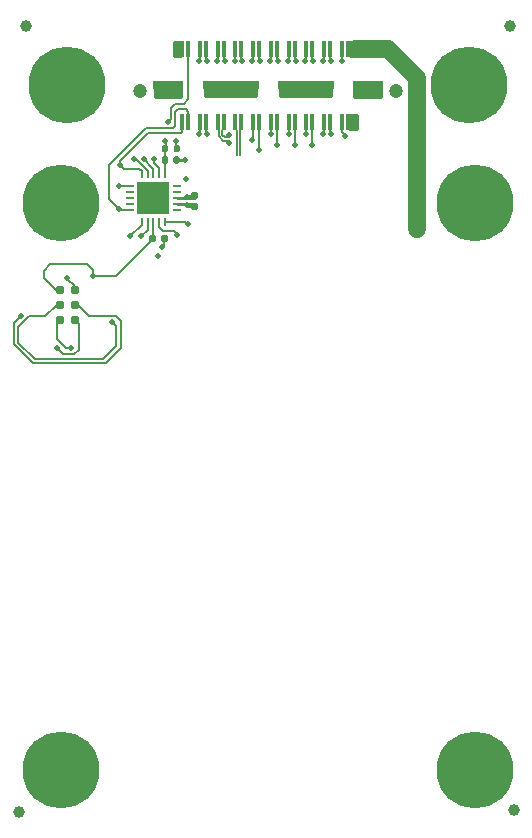
<source format=gbr>
%TF.GenerationSoftware,KiCad,Pcbnew,(5.1.9)-1*%
%TF.CreationDate,2021-04-06T13:05:03-07:00*%
%TF.ProjectId,SZG-TEMPLATE-TXR,535a472d-5445-44d5-904c-4154452d5458,A*%
%TF.SameCoordinates,Original*%
%TF.FileFunction,Copper,L4,Bot*%
%TF.FilePolarity,Positive*%
%FSLAX46Y46*%
G04 Gerber Fmt 4.6, Leading zero omitted, Abs format (unit mm)*
G04 Created by KiCad (PCBNEW (5.1.9)-1) date 2021-04-06 13:05:03*
%MOMM*%
%LPD*%
G01*
G04 APERTURE LIST*
%TA.AperFunction,ConnectorPad*%
%ADD10C,0.787400*%
%TD*%
%TA.AperFunction,ComponentPad*%
%ADD11C,1.200000*%
%TD*%
%TA.AperFunction,SMDPad,CuDef*%
%ADD12R,0.300000X1.450000*%
%TD*%
%TA.AperFunction,SMDPad,CuDef*%
%ADD13R,2.540000X0.640000*%
%TD*%
%TA.AperFunction,SMDPad,CuDef*%
%ADD14R,4.700000X0.640000*%
%TD*%
%TA.AperFunction,ComponentPad*%
%ADD15C,3.600000*%
%TD*%
%TA.AperFunction,ConnectorPad*%
%ADD16C,6.500000*%
%TD*%
%TA.AperFunction,SMDPad,CuDef*%
%ADD17R,2.700000X2.700000*%
%TD*%
%TA.AperFunction,SMDPad,CuDef*%
%ADD18O,0.800000X0.250000*%
%TD*%
%TA.AperFunction,SMDPad,CuDef*%
%ADD19O,0.250000X0.800000*%
%TD*%
%TA.AperFunction,SMDPad,CuDef*%
%ADD20C,0.508000*%
%TD*%
%TA.AperFunction,SMDPad,CuDef*%
%ADD21C,1.000000*%
%TD*%
%TA.AperFunction,ViaPad*%
%ADD22C,0.508000*%
%TD*%
%TA.AperFunction,Conductor*%
%ADD23C,0.254000*%
%TD*%
%TA.AperFunction,Conductor*%
%ADD24C,0.228600*%
%TD*%
%TA.AperFunction,Conductor*%
%ADD25C,0.406400*%
%TD*%
%TA.AperFunction,Conductor*%
%ADD26C,0.177800*%
%TD*%
%TA.AperFunction,Conductor*%
%ADD27C,1.524000*%
%TD*%
%TA.AperFunction,Conductor*%
%ADD28C,0.127000*%
%TD*%
%TA.AperFunction,Conductor*%
%ADD29C,0.133350*%
%TD*%
%TA.AperFunction,Conductor*%
%ADD30C,0.100000*%
%TD*%
G04 APERTURE END LIST*
D10*
%TO.P,J2,6*%
%TO.N,GND*%
X126035000Y-83130000D03*
%TO.P,J2,2*%
%TO.N,/MCU_SCL_USCK*%
X126035000Y-85670000D03*
%TO.P,J2,5*%
%TO.N,/MCU_RESET_B*%
X124765000Y-83130000D03*
%TO.P,J2,4*%
%TO.N,/MCU_MISO*%
X126035000Y-84400000D03*
%TO.P,J2,3*%
%TO.N,/MCU_SDA_MOSI*%
X124765000Y-84400000D03*
%TO.P,J2,1*%
%TO.N,+3V3*%
X124765000Y-85670000D03*
%TD*%
D11*
%TO.P,J1,MH*%
%TO.N,N/C*%
X131555320Y-66310000D03*
D12*
%TO.P,J1,5*%
%TO.N,/RX0P*%
X136650330Y-68900000D03*
D11*
%TO.P,J1,MH*%
%TO.N,N/C*%
X153245320Y-66310000D03*
D12*
%TO.P,J1,7*%
%TO.N,/RX0N*%
X137150320Y-68900000D03*
%TO.P,J1,3*%
%TO.N,/MCU_SDA_MOSI*%
X135650320Y-68900000D03*
%TO.P,J1,1*%
%TO.N,/MCU_SCL_USCK*%
X135150320Y-68900000D03*
%TO.P,J1,15*%
%TO.N,/REFCLKN*%
X140150320Y-68900000D03*
%TO.P,J1,30*%
%TO.N,/TX2P*%
X145650330Y-62720000D03*
%TO.P,J1,33*%
%TO.N,/P2C_CLKP*%
X147150320Y-68900000D03*
%TO.P,J1,8*%
%TO.N,/TX0N*%
X137150320Y-62720000D03*
%TO.P,J1,21*%
%TO.N,/S6*%
X142650320Y-68900000D03*
%TO.P,J1,10*%
%TO.N,/TX1P*%
X138150320Y-62720000D03*
D13*
%TO.P,J1,0*%
%TO.N,GND*%
X133960320Y-65810000D03*
D14*
X145580320Y-65810000D03*
D12*
%TO.P,J1,25*%
%TO.N,/RS3P*%
X144150320Y-68900000D03*
%TO.P,J1,26*%
%TO.N,/TX3P*%
X144150320Y-62720000D03*
%TO.P,J1,13*%
%TO.N,/REFCLKP*%
X139650320Y-68900000D03*
%TO.P,J1,18*%
%TO.N,/S3*%
X141150320Y-62720000D03*
%TO.P,J1,6*%
%TO.N,/TX0P*%
X136650330Y-62720000D03*
%TO.P,J1,23*%
%TO.N,/S8*%
X143150320Y-68900000D03*
%TO.P,J1,24*%
%TO.N,/S9*%
X143150320Y-62720000D03*
%TO.P,J1,40*%
%TO.N,+3V3*%
X149150320Y-62720000D03*
%TO.P,J1,39*%
%TO.N,/VIO*%
X149150320Y-68900000D03*
%TO.P,J1,9*%
%TO.N,/RX1P*%
X138150320Y-68900000D03*
%TO.P,J1,11*%
%TO.N,/RX1N*%
X138650320Y-68900000D03*
%TO.P,J1,32*%
%TO.N,/TX2N*%
X146150320Y-62720000D03*
%TO.P,J1,29*%
%TO.N,/RX2P*%
X145650330Y-68900000D03*
%TO.P,J1,37*%
%TO.N,/RSVD_37*%
X148650320Y-68900000D03*
%TO.P,J1,20*%
%TO.N,/S5*%
X141650320Y-62720000D03*
%TO.P,J1,31*%
%TO.N,/RX2N*%
X146150320Y-68900000D03*
%TO.P,J1,28*%
%TO.N,/TX3N*%
X144650320Y-62720000D03*
%TO.P,J1,22*%
%TO.N,/S7*%
X142650320Y-62720000D03*
%TO.P,J1,16*%
%TO.N,/S1*%
X140150320Y-62720000D03*
%TO.P,J1,17*%
%TO.N,/S2*%
X141150320Y-68900000D03*
%TO.P,J1,14*%
%TO.N,/S0*%
X139650320Y-62720000D03*
%TO.P,J1,19*%
%TO.N,/S4*%
X141650320Y-68900000D03*
%TO.P,J1,12*%
%TO.N,/TX1N*%
X138650320Y-62720000D03*
%TO.P,J1,2*%
%TO.N,+5V*%
X135150320Y-62720000D03*
%TO.P,J1,27*%
%TO.N,/RX3N*%
X144650320Y-68900000D03*
%TO.P,J1,34*%
%TO.N,/C2P_CLKP*%
X147150320Y-62720000D03*
%TO.P,J1,4*%
%TO.N,/R_GA*%
X135650320Y-62720000D03*
%TO.P,J1,35*%
%TO.N,/P2C_CLKN*%
X147650320Y-68900000D03*
%TO.P,J1,38*%
%TO.N,/RSVD_38*%
X148650320Y-62720000D03*
%TO.P,J1,36*%
%TO.N,/C2P_CLKN*%
X147650320Y-62720000D03*
D13*
%TO.P,J1,0*%
%TO.N,GND*%
X150840320Y-65810000D03*
D14*
X139230320Y-65810000D03*
%TD*%
D15*
%TO.P,H6,1*%
%TO.N,Net-(H6-Pad1)*%
X159900000Y-123800000D03*
D16*
X159900000Y-123800000D03*
%TD*%
D15*
%TO.P,H5,1*%
%TO.N,Net-(H5-Pad1)*%
X124900000Y-123800000D03*
D16*
X124900000Y-123800000D03*
%TD*%
D15*
%TO.P,H4,1*%
%TO.N,Net-(H4-Pad1)*%
X159900000Y-75800000D03*
D16*
X159900000Y-75800000D03*
%TD*%
D15*
%TO.P,H3,1*%
%TO.N,Net-(H3-Pad1)*%
X124900000Y-75800000D03*
D16*
X124900000Y-75800000D03*
%TD*%
D15*
%TO.P,H2,1*%
%TO.N,Net-(H2-Pad1)*%
X159400000Y-65800000D03*
D16*
X159400000Y-65800000D03*
%TD*%
D15*
%TO.P,H1,1*%
%TO.N,Net-(H1-Pad1)*%
X125400000Y-65800000D03*
D16*
X125400000Y-65800000D03*
%TD*%
D17*
%TO.P,U1,21*%
%TO.N,GND*%
X132701600Y-75360800D03*
D18*
%TO.P,U1,18*%
%TO.N,Net-(U1-Pad18)*%
X130701600Y-75360800D03*
%TO.P,U1,19*%
%TO.N,Net-(U1-Pad19)*%
X130701600Y-74860800D03*
D19*
%TO.P,U1,15*%
%TO.N,Net-(TP11-Pad1)*%
X131701600Y-77360800D03*
D18*
%TO.P,U1,20*%
%TO.N,/MCU_MISO*%
X130701600Y-74360800D03*
%TO.P,U1,16*%
%TO.N,/MCU_SDA_MOSI*%
X130701600Y-76360800D03*
D19*
%TO.P,U1,12*%
%TO.N,Net-(TP7-Pad1)*%
X133201600Y-77360800D03*
D18*
%TO.P,U1,8*%
%TO.N,GND*%
X134701600Y-75360800D03*
%TO.P,U1,6*%
%TO.N,Net-(U1-Pad6)*%
X134701600Y-74360800D03*
D19*
%TO.P,U1,1*%
%TO.N,/MCU_SCL_USCK*%
X131701600Y-73360800D03*
D18*
%TO.P,U1,17*%
%TO.N,Net-(U1-Pad17)*%
X130701600Y-75860800D03*
D19*
%TO.P,U1,14*%
%TO.N,Net-(TP9-Pad1)*%
X132201600Y-77360800D03*
%TO.P,U1,13*%
%TO.N,/MCU_RESET_B*%
X132701600Y-77360800D03*
D18*
%TO.P,U1,7*%
%TO.N,Net-(U1-Pad7)*%
X134701600Y-74860800D03*
%TO.P,U1,9*%
%TO.N,+3V3*%
X134701600Y-75860800D03*
D19*
%TO.P,U1,3*%
%TO.N,Net-(TP8-Pad1)*%
X132701600Y-73360800D03*
D18*
%TO.P,U1,10*%
%TO.N,Net-(U1-Pad10)*%
X134701600Y-76360800D03*
D19*
%TO.P,U1,11*%
%TO.N,Net-(TP5-Pad1)*%
X133701600Y-77360800D03*
%TO.P,U1,5*%
%TO.N,/R_GA*%
X133701600Y-73360800D03*
%TO.P,U1,4*%
%TO.N,Net-(TP6-Pad1)*%
X133201600Y-73360800D03*
%TO.P,U1,2*%
%TO.N,Net-(TP10-Pad1)*%
X132201600Y-73360800D03*
%TD*%
D20*
%TO.P,TP11,1*%
%TO.N,Net-(TP11-Pad1)*%
X130745800Y-78612000D03*
%TD*%
%TO.P,TP10,1*%
%TO.N,Net-(TP10-Pad1)*%
X131050600Y-72033400D03*
%TD*%
%TO.P,TP9,1*%
%TO.N,Net-(TP9-Pad1)*%
X131660200Y-78612000D03*
%TD*%
%TO.P,TP8,1*%
%TO.N,Net-(TP8-Pad1)*%
X131914200Y-72033400D03*
%TD*%
%TO.P,TP7,1*%
%TO.N,Net-(TP7-Pad1)*%
X134733600Y-78459600D03*
%TD*%
%TO.P,TP6,1*%
%TO.N,Net-(TP6-Pad1)*%
X132777800Y-72033400D03*
%TD*%
%TO.P,TP5,1*%
%TO.N,Net-(TP5-Pad1)*%
X135622600Y-77596000D03*
%TD*%
%TO.P,R1,2*%
%TO.N,/R_GA*%
%TA.AperFunction,SMDPad,CuDef*%
G36*
G01*
X133934800Y-70984800D02*
X133934800Y-71354800D01*
G75*
G02*
X133799800Y-71489800I-135000J0D01*
G01*
X133529800Y-71489800D01*
G75*
G02*
X133394800Y-71354800I0J135000D01*
G01*
X133394800Y-70984800D01*
G75*
G02*
X133529800Y-70849800I135000J0D01*
G01*
X133799800Y-70849800D01*
G75*
G02*
X133934800Y-70984800I0J-135000D01*
G01*
G37*
%TD.AperFunction*%
%TO.P,R1,1*%
%TO.N,+3V3*%
%TA.AperFunction,SMDPad,CuDef*%
G36*
G01*
X134954800Y-70984800D02*
X134954800Y-71354800D01*
G75*
G02*
X134819800Y-71489800I-135000J0D01*
G01*
X134549800Y-71489800D01*
G75*
G02*
X134414800Y-71354800I0J135000D01*
G01*
X134414800Y-70984800D01*
G75*
G02*
X134549800Y-70849800I135000J0D01*
G01*
X134819800Y-70849800D01*
G75*
G02*
X134954800Y-70984800I0J-135000D01*
G01*
G37*
%TD.AperFunction*%
%TD*%
%TO.P,R2,2*%
%TO.N,/MCU_RESET_B*%
%TA.AperFunction,SMDPad,CuDef*%
G36*
G01*
X132893400Y-78604800D02*
X132893400Y-78974800D01*
G75*
G02*
X132758400Y-79109800I-135000J0D01*
G01*
X132488400Y-79109800D01*
G75*
G02*
X132353400Y-78974800I0J135000D01*
G01*
X132353400Y-78604800D01*
G75*
G02*
X132488400Y-78469800I135000J0D01*
G01*
X132758400Y-78469800D01*
G75*
G02*
X132893400Y-78604800I0J-135000D01*
G01*
G37*
%TD.AperFunction*%
%TO.P,R2,1*%
%TO.N,+3V3*%
%TA.AperFunction,SMDPad,CuDef*%
G36*
G01*
X133913400Y-78604800D02*
X133913400Y-78974800D01*
G75*
G02*
X133778400Y-79109800I-135000J0D01*
G01*
X133508400Y-79109800D01*
G75*
G02*
X133373400Y-78974800I0J135000D01*
G01*
X133373400Y-78604800D01*
G75*
G02*
X133508400Y-78469800I135000J0D01*
G01*
X133778400Y-78469800D01*
G75*
G02*
X133913400Y-78604800I0J-135000D01*
G01*
G37*
%TD.AperFunction*%
%TD*%
%TO.P,C2,2*%
%TO.N,GND*%
%TA.AperFunction,SMDPad,CuDef*%
G36*
G01*
X134374800Y-72305000D02*
X134374800Y-71965000D01*
G75*
G02*
X134514800Y-71825000I140000J0D01*
G01*
X134794800Y-71825000D01*
G75*
G02*
X134934800Y-71965000I0J-140000D01*
G01*
X134934800Y-72305000D01*
G75*
G02*
X134794800Y-72445000I-140000J0D01*
G01*
X134514800Y-72445000D01*
G75*
G02*
X134374800Y-72305000I0J140000D01*
G01*
G37*
%TD.AperFunction*%
%TO.P,C2,1*%
%TO.N,/R_GA*%
%TA.AperFunction,SMDPad,CuDef*%
G36*
G01*
X133414800Y-72305000D02*
X133414800Y-71965000D01*
G75*
G02*
X133554800Y-71825000I140000J0D01*
G01*
X133834800Y-71825000D01*
G75*
G02*
X133974800Y-71965000I0J-140000D01*
G01*
X133974800Y-72305000D01*
G75*
G02*
X133834800Y-72445000I-140000J0D01*
G01*
X133554800Y-72445000D01*
G75*
G02*
X133414800Y-72305000I0J140000D01*
G01*
G37*
%TD.AperFunction*%
%TD*%
%TO.P,C1,2*%
%TO.N,GND*%
%TA.AperFunction,SMDPad,CuDef*%
G36*
G01*
X136376800Y-75414800D02*
X136036800Y-75414800D01*
G75*
G02*
X135896800Y-75274800I0J140000D01*
G01*
X135896800Y-74994800D01*
G75*
G02*
X136036800Y-74854800I140000J0D01*
G01*
X136376800Y-74854800D01*
G75*
G02*
X136516800Y-74994800I0J-140000D01*
G01*
X136516800Y-75274800D01*
G75*
G02*
X136376800Y-75414800I-140000J0D01*
G01*
G37*
%TD.AperFunction*%
%TO.P,C1,1*%
%TO.N,+3V3*%
%TA.AperFunction,SMDPad,CuDef*%
G36*
G01*
X136376800Y-76374800D02*
X136036800Y-76374800D01*
G75*
G02*
X135896800Y-76234800I0J140000D01*
G01*
X135896800Y-75954800D01*
G75*
G02*
X136036800Y-75814800I140000J0D01*
G01*
X136376800Y-75814800D01*
G75*
G02*
X136516800Y-75954800I0J-140000D01*
G01*
X136516800Y-76234800D01*
G75*
G02*
X136376800Y-76374800I-140000J0D01*
G01*
G37*
%TD.AperFunction*%
%TD*%
D21*
%TO.P,FID1,*%
%TO.N,*%
X163212400Y-127165200D03*
%TD*%
%TO.P,FID2,*%
%TO.N,*%
X121322400Y-127350800D03*
%TD*%
%TO.P,FID3,*%
%TO.N,*%
X162900000Y-60800000D03*
%TD*%
%TO.P,FID4,*%
%TO.N,*%
X121900000Y-60800000D03*
%TD*%
D22*
%TO.N,+5V*%
X134668730Y-63100000D03*
X134668730Y-62308600D03*
%TO.N,GND*%
X141276320Y-66531600D03*
X140438120Y-66531600D03*
X137451400Y-66544600D03*
X139422120Y-66531600D03*
X147499320Y-66550400D03*
X143689320Y-66550400D03*
X146229320Y-66550400D03*
X144959320Y-66550400D03*
X150166320Y-66550400D03*
X151436320Y-66550400D03*
X133057200Y-66544600D03*
X125400000Y-82100000D03*
X132295200Y-75960800D03*
X133301600Y-75960800D03*
X132295200Y-74751200D03*
X133301600Y-74751200D03*
X135521000Y-75259200D03*
X135394000Y-72135000D03*
X135419400Y-73786000D03*
X134022400Y-66544600D03*
%TO.N,+3V3*%
X149735520Y-62374800D03*
X149735520Y-63111400D03*
X125700000Y-88050000D03*
X135521000Y-75945000D03*
X133412800Y-79501000D03*
X134632000Y-70509400D03*
X133100000Y-80300000D03*
%TO.N,/R_GA*%
X133717600Y-70509400D03*
X133920800Y-68932200D03*
%TO.N,/RSVD_38*%
X148650320Y-63788400D03*
%TO.N,/RSVD_37*%
X148947120Y-70087600D03*
%TO.N,/C2P_CLKN*%
X147729720Y-63788400D03*
%TO.N,/P2C_CLKN*%
X147727920Y-69960600D03*
%TO.N,/C2P_CLKP*%
X147069320Y-63788400D03*
%TO.N,/P2C_CLKP*%
X147067520Y-69960600D03*
%TO.N,/MCU_SDA_MOSI*%
X129806000Y-76326000D03*
X129199996Y-85819910D03*
%TO.N,/MCU_SCL_USCK*%
X124500000Y-88050000D03*
X129907600Y-72566800D03*
%TO.N,/MCU_MISO*%
X121450002Y-85350000D03*
X129806000Y-74370200D03*
%TO.N,/MCU_RESET_B*%
X127550000Y-81950000D03*
%TO.N,/VIO*%
X149735520Y-69258200D03*
X149735520Y-68547000D03*
%TO.N,/RX0P*%
X136572130Y-69968400D03*
%TO.N,/RX0N*%
X137232530Y-69968400D03*
%TO.N,/TX2P*%
X145570720Y-63788400D03*
%TO.N,/S6*%
X142650320Y-69960600D03*
%TO.N,/TX1P*%
X138072120Y-63788400D03*
%TO.N,/RS3P*%
X144150320Y-69960600D03*
%TO.N,/TX3P*%
X144072120Y-63788400D03*
%TO.N,/S3*%
X141074920Y-63788400D03*
%TO.N,/TX0P*%
X136572130Y-63788400D03*
%TO.N,/S8*%
X143150320Y-70849600D03*
%TO.N,/S9*%
X143233920Y-63788400D03*
%TO.N,/RX1P*%
X139117320Y-70697200D03*
%TO.N,/RX1N*%
X139117320Y-70036800D03*
%TO.N,/TX2N*%
X146231120Y-63788400D03*
%TO.N,/RX2P*%
X145650330Y-69960600D03*
%TO.N,/S5*%
X141735320Y-63788400D03*
%TO.N,/RX2N*%
X146150320Y-70849600D03*
%TO.N,/TX3N*%
X144732520Y-63788400D03*
%TO.N,/S7*%
X142573520Y-63788400D03*
%TO.N,/S1*%
X140236720Y-63788400D03*
%TO.N,/S2*%
X141047720Y-70468600D03*
%TO.N,/S0*%
X139576320Y-63788400D03*
%TO.N,/S4*%
X141657320Y-71256000D03*
%TO.N,/TX1N*%
X138732520Y-63788400D03*
%TO.N,/RX3N*%
X144650320Y-70849600D03*
%TO.N,/TX0N*%
X137232530Y-63788400D03*
%TD*%
D23*
%TO.N,GND*%
X134634800Y-72135000D02*
X135394000Y-72135000D01*
D24*
X134701600Y-75360800D02*
X135419400Y-75360800D01*
X135419400Y-75360800D02*
X135521000Y-75259200D01*
D25*
X136102400Y-75259200D02*
X136206800Y-75154800D01*
X135521000Y-75259200D02*
X136102400Y-75259200D01*
D26*
X125400000Y-82200000D02*
X125400000Y-82100000D01*
X126035000Y-82835000D02*
X125400000Y-82200000D01*
X126035000Y-83130000D02*
X126035000Y-82835000D01*
%TO.N,+3V3*%
X124500000Y-87259210D02*
X125290790Y-88050000D01*
X124500000Y-85935000D02*
X124500000Y-87259210D01*
X124765000Y-85670000D02*
X124500000Y-85935000D01*
X125290790Y-88050000D02*
X125700000Y-88050000D01*
X133583400Y-79330400D02*
X133583400Y-78789800D01*
X133412800Y-79501000D02*
X133583400Y-79330400D01*
D24*
X134701600Y-75860800D02*
X135436800Y-75860800D01*
X135436800Y-75860800D02*
X135521000Y-75945000D01*
D25*
X136077000Y-75945000D02*
X136206800Y-76074800D01*
X135521000Y-75945000D02*
X136077000Y-75945000D01*
D26*
X134624800Y-71169800D02*
X134624800Y-70516600D01*
X134624800Y-70516600D02*
X134632000Y-70509400D01*
D27*
X155028200Y-65198400D02*
X155028200Y-78000000D01*
X152541400Y-62711600D02*
X155028200Y-65198400D01*
X149811720Y-62711600D02*
X152541400Y-62711600D01*
D26*
%TO.N,/R_GA*%
X133701600Y-71193000D02*
X133724800Y-71169800D01*
X133724800Y-71169800D02*
X133724800Y-70465800D01*
X133717600Y-70458600D02*
X133724800Y-70465800D01*
X133701600Y-73360800D02*
X133701600Y-71193000D01*
X135650320Y-62720000D02*
X135650320Y-66999480D01*
X135650320Y-66999480D02*
X135267000Y-67382800D01*
X135267000Y-67382800D02*
X134530400Y-67382800D01*
X134530400Y-67382800D02*
X134149400Y-67763800D01*
X134149400Y-67763800D02*
X134149400Y-68703600D01*
X134149400Y-68703600D02*
X133920800Y-68932200D01*
D28*
%TO.N,/RSVD_38*%
X148650320Y-63788400D02*
X148650320Y-62720000D01*
%TO.N,/RSVD_37*%
X148650320Y-69790800D02*
X148947120Y-70087600D01*
X148650320Y-69790800D02*
X148650320Y-68900000D01*
D29*
%TO.N,/C2P_CLKN*%
X147650320Y-63709000D02*
X147729720Y-63788400D01*
X147650320Y-63709000D02*
X147650320Y-62720000D01*
%TO.N,/P2C_CLKN*%
X147650320Y-69883000D02*
X147650320Y-68900000D01*
X147650320Y-69883000D02*
X147727920Y-69960600D01*
%TO.N,/C2P_CLKP*%
X147069320Y-63788400D02*
X147150320Y-63707400D01*
X147150320Y-63707400D02*
X147150320Y-62720000D01*
%TO.N,/P2C_CLKP*%
X147150320Y-69877800D02*
X147150320Y-68900000D01*
X147067520Y-69960600D02*
X147150320Y-69877800D01*
D26*
%TO.N,/MCU_SDA_MOSI*%
X130692200Y-76351400D02*
X130701600Y-76360800D01*
X129780600Y-76351400D02*
X130692200Y-76351400D01*
X135650320Y-68050320D02*
X135650320Y-68900000D01*
X134750000Y-67850000D02*
X135450000Y-67850000D01*
X134555800Y-68044200D02*
X134750000Y-67850000D01*
X134555800Y-69262400D02*
X134555800Y-68044200D01*
X135450000Y-67850000D02*
X135650320Y-68050320D01*
X134368200Y-69450000D02*
X134555800Y-69262400D01*
X132050000Y-69450000D02*
X134368200Y-69450000D01*
X128917000Y-72583000D02*
X132050000Y-69450000D01*
X128917000Y-75437000D02*
X128917000Y-72583000D01*
X129806000Y-76326000D02*
X128917000Y-75437000D01*
X129550000Y-86169914D02*
X129199996Y-85819910D01*
X122650000Y-89000000D02*
X128425000Y-89000000D01*
X129550000Y-87875000D02*
X129550000Y-86169914D01*
X121275000Y-87625000D02*
X122650000Y-89000000D01*
X121275000Y-86275000D02*
X121275000Y-87625000D01*
X122200000Y-85350000D02*
X121275000Y-86275000D01*
X128425000Y-89000000D02*
X129550000Y-87875000D01*
X123550000Y-85350000D02*
X122200000Y-85350000D01*
X124500000Y-84400000D02*
X123550000Y-85350000D01*
X124765000Y-84400000D02*
X124500000Y-84400000D01*
%TO.N,/MCU_SCL_USCK*%
X126400000Y-86035000D02*
X126035000Y-85670000D01*
X126000000Y-88600000D02*
X126400000Y-88200000D01*
X126400000Y-88200000D02*
X126400000Y-86035000D01*
X125050000Y-88600000D02*
X126000000Y-88600000D01*
X124500000Y-88050000D02*
X125050000Y-88600000D01*
X131507800Y-72871600D02*
X131701600Y-73065400D01*
X131701600Y-73360800D02*
X131701600Y-73065400D01*
X129907600Y-72566800D02*
X130212400Y-72871600D01*
X130212400Y-72871600D02*
X131507800Y-72871600D01*
X135150320Y-69749680D02*
X135150320Y-68900000D01*
X135025600Y-69874400D02*
X135150320Y-69749680D01*
X132219000Y-69874400D02*
X135025600Y-69874400D01*
X129907600Y-72185800D02*
X132219000Y-69874400D01*
X129907600Y-72566800D02*
X129907600Y-72185800D01*
%TO.N,/MCU_MISO*%
X129806000Y-74370200D02*
X130692200Y-74370200D01*
X130692200Y-74370200D02*
X130701600Y-74360800D01*
X129495450Y-85350000D02*
X127267500Y-85350000D01*
X126317500Y-84400000D02*
X126035000Y-84400000D01*
X129925000Y-85779550D02*
X129495450Y-85350000D01*
X129925000Y-88075000D02*
X129925000Y-85779550D01*
X128650000Y-89350000D02*
X129925000Y-88075000D01*
X122500000Y-89350000D02*
X128650000Y-89350000D01*
X120875000Y-87725000D02*
X122500000Y-89350000D01*
X127267500Y-85350000D02*
X126317500Y-84400000D01*
X120875000Y-85925002D02*
X120875000Y-87725000D01*
X121450002Y-85350000D02*
X120875000Y-85925002D01*
%TO.N,/MCU_RESET_B*%
X127550000Y-81450000D02*
X127050000Y-80950000D01*
X123950000Y-80950000D02*
X123400000Y-81500000D01*
X127550000Y-81950000D02*
X127550000Y-81450000D01*
X124430000Y-83130000D02*
X124765000Y-83130000D01*
X123400000Y-82100000D02*
X124430000Y-83130000D01*
X127050000Y-80950000D02*
X123950000Y-80950000D01*
X123400000Y-81500000D02*
X123400000Y-82100000D01*
X132701600Y-78771600D02*
X132701600Y-77360800D01*
X129523200Y-81950000D02*
X127550000Y-81950000D01*
X132683400Y-78789800D02*
X129523200Y-81950000D01*
%TO.N,Net-(TP11-Pad1)*%
X131701600Y-77656200D02*
X131701600Y-77360800D01*
X130745800Y-78612000D02*
X131701600Y-77656200D01*
%TO.N,Net-(TP7-Pad1)*%
X133201600Y-77842000D02*
X133201600Y-77360800D01*
X133201600Y-77842000D02*
X133489000Y-78129400D01*
X133489000Y-78129400D02*
X134403400Y-78129400D01*
X134403400Y-78129400D02*
X134733600Y-78459600D01*
%TO.N,Net-(TP9-Pad1)*%
X132201600Y-78070600D02*
X132201600Y-77360800D01*
X131660200Y-78612000D02*
X132201600Y-78070600D01*
%TO.N,Net-(TP8-Pad1)*%
X132701600Y-73360800D02*
X132701600Y-72871600D01*
X131914200Y-72084200D02*
X132701600Y-72871600D01*
X131914200Y-72084200D02*
X131914200Y-72033400D01*
%TO.N,Net-(TP5-Pad1)*%
X133701600Y-77360800D02*
X135387400Y-77360800D01*
X135387400Y-77360800D02*
X135622600Y-77596000D01*
%TO.N,Net-(TP6-Pad1)*%
X133201600Y-73360800D02*
X133201600Y-72838200D01*
X132777800Y-72414400D02*
X133201600Y-72838200D01*
X132777800Y-72414400D02*
X132777800Y-72033400D01*
%TO.N,Net-(TP10-Pad1)*%
X132201600Y-73360800D02*
X132201600Y-73032000D01*
X131203000Y-72033400D02*
X132201600Y-73032000D01*
X131050600Y-72033400D02*
X131203000Y-72033400D01*
D28*
%TO.N,/RX0P*%
X136572130Y-69968400D02*
X136650330Y-69890200D01*
X136650330Y-69890200D02*
X136650330Y-68900000D01*
%TO.N,/RX0N*%
X137150330Y-69886200D02*
X137150330Y-68900000D01*
X137150330Y-69886200D02*
X137232530Y-69968400D01*
D29*
%TO.N,/REFCLKN*%
X140150320Y-69475000D02*
X140043195Y-69582125D01*
X140150320Y-68900000D02*
X140150320Y-69475000D01*
X140043195Y-69582125D02*
X140043195Y-71753739D01*
%TO.N,/TX2P*%
X145570720Y-63788400D02*
X145650330Y-63708790D01*
X145650330Y-63708790D02*
X145650330Y-62720000D01*
D28*
%TO.N,/S6*%
X142650320Y-69960600D02*
X142650320Y-68900000D01*
%TO.N,/TX1P*%
X138072120Y-63788400D02*
X138150320Y-63710200D01*
X138150320Y-63710200D02*
X138150320Y-62720000D01*
%TO.N,/RS3P*%
X144150320Y-69960600D02*
X144150320Y-68900000D01*
%TO.N,/TX3P*%
X144072120Y-63788400D02*
X144150320Y-63710200D01*
X144150320Y-63710200D02*
X144150320Y-62720000D01*
D29*
%TO.N,/REFCLKP*%
X139757445Y-69582125D02*
X139757445Y-71751600D01*
X139650320Y-69475000D02*
X139757445Y-69582125D01*
X139650320Y-68900000D02*
X139650320Y-69475000D01*
D28*
%TO.N,/S3*%
X141074920Y-63788400D02*
X141150320Y-63713000D01*
X141150320Y-63713000D02*
X141150320Y-62720000D01*
%TO.N,/TX0P*%
X136572130Y-63788400D02*
X136650330Y-63710200D01*
X136650330Y-63710200D02*
X136650330Y-62720000D01*
%TO.N,/S8*%
X143150320Y-70849600D02*
X143150320Y-68900000D01*
%TO.N,/S9*%
X143150320Y-63704800D02*
X143233920Y-63788400D01*
X143150320Y-63704800D02*
X143150320Y-62720000D01*
D29*
%TO.N,/RX1P*%
X138150320Y-69475000D02*
X138257445Y-69582125D01*
X138150320Y-68900000D02*
X138150320Y-69475000D01*
X139117320Y-70697200D02*
X138929995Y-70509875D01*
X138257445Y-69582125D02*
X138257445Y-70138584D01*
X138628736Y-70509875D02*
X138929995Y-70509875D01*
X138257445Y-70138584D02*
X138628736Y-70509875D01*
%TO.N,/RX1N*%
X138650320Y-68900000D02*
X138650320Y-69475000D01*
X138650320Y-69475000D02*
X138543195Y-69582125D01*
X139117320Y-70036800D02*
X138929995Y-70224125D01*
X138543195Y-69582125D02*
X138543195Y-70020222D01*
X138747098Y-70224125D02*
X138929995Y-70224125D01*
X138543195Y-70020222D02*
X138747098Y-70224125D01*
D28*
%TO.N,/TX2N*%
X146150320Y-63707600D02*
X146150320Y-62720000D01*
X146150320Y-63707600D02*
X146231120Y-63788400D01*
D29*
%TO.N,/RX2P*%
X145650330Y-69960600D02*
X145650330Y-68900000D01*
D28*
%TO.N,/S5*%
X141650320Y-63703400D02*
X141650320Y-62720000D01*
X141650320Y-63703400D02*
X141735320Y-63788400D01*
%TO.N,/RX2N*%
X146150320Y-70849600D02*
X146150320Y-68900000D01*
%TO.N,/TX3N*%
X144650320Y-63706200D02*
X144650320Y-62720000D01*
X144650320Y-63706200D02*
X144732520Y-63788400D01*
%TO.N,/S7*%
X142573520Y-63788400D02*
X142650320Y-63711590D01*
X142650320Y-63711590D02*
X142650320Y-62720000D01*
%TO.N,/S1*%
X140150320Y-63702000D02*
X140236720Y-63788400D01*
X140150320Y-63702000D02*
X140150320Y-62720000D01*
%TO.N,/S2*%
X141150320Y-70443200D02*
X141150320Y-68900000D01*
X141047720Y-70468600D02*
X141124920Y-70468600D01*
X141124920Y-70468600D02*
X141150320Y-70443200D01*
%TO.N,/S0*%
X139650320Y-63714390D02*
X139650320Y-62720000D01*
X139576320Y-63788400D02*
X139650320Y-63714390D01*
%TO.N,/S4*%
X141650320Y-71249000D02*
X141657320Y-71256000D01*
X141650320Y-71249000D02*
X141650320Y-68900000D01*
%TO.N,/TX1N*%
X138650320Y-63706200D02*
X138650320Y-62720000D01*
X138650320Y-63706200D02*
X138732520Y-63788400D01*
%TO.N,/RX3N*%
X144650320Y-70849600D02*
X144650320Y-68900000D01*
X144650320Y-70849600D02*
X144650320Y-70849600D01*
%TO.N,/TX0N*%
X137150330Y-63706200D02*
X137150330Y-62720000D01*
X137150330Y-63706200D02*
X137232530Y-63788400D01*
%TD*%
D23*
%TO.N,+3V3*%
X149887920Y-63289200D02*
X149310777Y-63289200D01*
X149310777Y-62120800D01*
X149887920Y-62120800D01*
X149887920Y-63289200D01*
%TA.AperFunction,Conductor*%
D30*
G36*
X149887920Y-63289200D02*
G01*
X149310777Y-63289200D01*
X149310777Y-62120800D01*
X149887920Y-62120800D01*
X149887920Y-63289200D01*
G37*
%TD.AperFunction*%
%TD*%
D23*
%TO.N,GND*%
X135053421Y-66752236D02*
X135032657Y-66773000D01*
X132827000Y-66773000D01*
X132827000Y-65627000D01*
X135053421Y-65627000D01*
X135053421Y-66752236D01*
%TA.AperFunction,Conductor*%
D30*
G36*
X135053421Y-66752236D02*
G01*
X135032657Y-66773000D01*
X132827000Y-66773000D01*
X132827000Y-65627000D01*
X135053421Y-65627000D01*
X135053421Y-66752236D01*
G37*
%TD.AperFunction*%
%TD*%
D23*
%TO.N,GND*%
X151953000Y-66773000D02*
X149707000Y-66773000D01*
X149707000Y-65627000D01*
X151953000Y-65627000D01*
X151953000Y-66773000D01*
%TA.AperFunction,Conductor*%
D30*
G36*
X151953000Y-66773000D02*
G01*
X149707000Y-66773000D01*
X149707000Y-65627000D01*
X151953000Y-65627000D01*
X151953000Y-66773000D01*
G37*
%TD.AperFunction*%
%TD*%
D23*
%TO.N,GND*%
X141423000Y-66723000D02*
X137027000Y-66723000D01*
X137027000Y-65627000D01*
X141423000Y-65627000D01*
X141423000Y-66723000D01*
%TA.AperFunction,Conductor*%
D30*
G36*
X141423000Y-66723000D02*
G01*
X137027000Y-66723000D01*
X137027000Y-65627000D01*
X141423000Y-65627000D01*
X141423000Y-66723000D01*
G37*
%TD.AperFunction*%
%TD*%
D23*
%TO.N,GND*%
X147773000Y-66723000D02*
X143377000Y-66723000D01*
X143377000Y-65627000D01*
X147773000Y-65627000D01*
X147773000Y-66723000D01*
%TA.AperFunction,Conductor*%
D30*
G36*
X147773000Y-66723000D02*
G01*
X143377000Y-66723000D01*
X143377000Y-65627000D01*
X147773000Y-65627000D01*
X147773000Y-66723000D01*
G37*
%TD.AperFunction*%
%TD*%
D23*
%TO.N,/VIO*%
X149922800Y-69491000D02*
X149288652Y-69491000D01*
X149271968Y-69479852D01*
X149234209Y-69464212D01*
X149234209Y-68297200D01*
X149922800Y-68297200D01*
X149922800Y-69491000D01*
%TA.AperFunction,Conductor*%
D30*
G36*
X149922800Y-69491000D02*
G01*
X149288652Y-69491000D01*
X149271968Y-69479852D01*
X149234209Y-69464212D01*
X149234209Y-68297200D01*
X149922800Y-68297200D01*
X149922800Y-69491000D01*
G37*
%TD.AperFunction*%
%TD*%
D23*
%TO.N,+5V*%
X135066431Y-63318800D02*
X134479600Y-63318800D01*
X134479600Y-62125000D01*
X135066431Y-62125000D01*
X135066431Y-63318800D01*
%TA.AperFunction,Conductor*%
D30*
G36*
X135066431Y-63318800D02*
G01*
X134479600Y-63318800D01*
X134479600Y-62125000D01*
X135066431Y-62125000D01*
X135066431Y-63318800D01*
G37*
%TD.AperFunction*%
%TD*%
M02*

</source>
